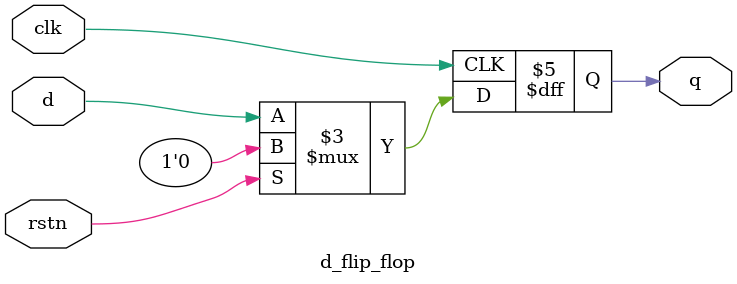
<source format=v>
module d_flip_flop(
    input clk, rstn, d,
    output reg q
);

always @(posedge clk) begin
    if(rstn) q <= 0;
    else q <= d;
end

endmodule
</source>
